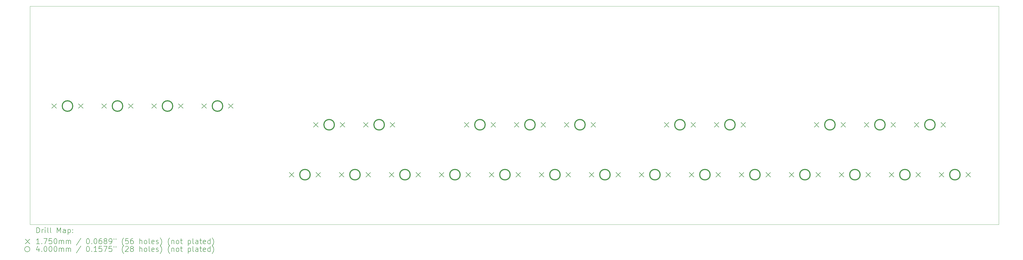
<source format=gbr>
%TF.GenerationSoftware,KiCad,Pcbnew,8.0.3*%
%TF.CreationDate,2024-06-27T13:33:53-07:00*%
%TF.ProjectId,new midi keyboard,6e657720-6d69-4646-9920-6b6579626f61,rev?*%
%TF.SameCoordinates,Original*%
%TF.FileFunction,Drillmap*%
%TF.FilePolarity,Positive*%
%FSLAX45Y45*%
G04 Gerber Fmt 4.5, Leading zero omitted, Abs format (unit mm)*
G04 Created by KiCad (PCBNEW 8.0.3) date 2024-06-27 13:33:53*
%MOMM*%
%LPD*%
G01*
G04 APERTURE LIST*
%ADD10C,0.050000*%
%ADD11C,0.200000*%
%ADD12C,0.175000*%
%ADD13C,0.400000*%
G04 APERTURE END LIST*
D10*
X3617700Y-5159500D02*
X40530950Y-5159500D01*
X40530950Y-13494750D01*
X3617700Y-13494750D01*
X3617700Y-5159500D01*
D11*
D12*
X4453050Y-8882375D02*
X4628050Y-9057375D01*
X4628050Y-8882375D02*
X4453050Y-9057375D01*
X5469050Y-8882375D02*
X5644050Y-9057375D01*
X5644050Y-8882375D02*
X5469050Y-9057375D01*
X6358050Y-8882375D02*
X6533050Y-9057375D01*
X6533050Y-8882375D02*
X6358050Y-9057375D01*
X7374050Y-8882375D02*
X7549050Y-9057375D01*
X7549050Y-8882375D02*
X7374050Y-9057375D01*
X8263050Y-8882375D02*
X8438050Y-9057375D01*
X8438050Y-8882375D02*
X8263050Y-9057375D01*
X9279050Y-8882375D02*
X9454050Y-9057375D01*
X9454050Y-8882375D02*
X9279050Y-9057375D01*
X10168050Y-8882375D02*
X10343050Y-9057375D01*
X10343050Y-8882375D02*
X10168050Y-9057375D01*
X11184050Y-8882375D02*
X11359050Y-9057375D01*
X11359050Y-8882375D02*
X11184050Y-9057375D01*
X13501800Y-11501750D02*
X13676800Y-11676750D01*
X13676800Y-11501750D02*
X13501800Y-11676750D01*
X14422550Y-9596750D02*
X14597550Y-9771750D01*
X14597550Y-9596750D02*
X14422550Y-9771750D01*
X14517800Y-11501750D02*
X14692800Y-11676750D01*
X14692800Y-11501750D02*
X14517800Y-11676750D01*
X15406800Y-11501750D02*
X15581800Y-11676750D01*
X15581800Y-11501750D02*
X15406800Y-11676750D01*
X15438550Y-9596750D02*
X15613550Y-9771750D01*
X15613550Y-9596750D02*
X15438550Y-9771750D01*
X16327550Y-9596750D02*
X16502550Y-9771750D01*
X16502550Y-9596750D02*
X16327550Y-9771750D01*
X16422800Y-11501750D02*
X16597800Y-11676750D01*
X16597800Y-11501750D02*
X16422800Y-11676750D01*
X17311800Y-11501750D02*
X17486800Y-11676750D01*
X17486800Y-11501750D02*
X17311800Y-11676750D01*
X17343550Y-9596750D02*
X17518550Y-9771750D01*
X17518550Y-9596750D02*
X17343550Y-9771750D01*
X18327800Y-11501750D02*
X18502800Y-11676750D01*
X18502800Y-11501750D02*
X18327800Y-11676750D01*
X19216800Y-11501750D02*
X19391800Y-11676750D01*
X19391800Y-11501750D02*
X19216800Y-11676750D01*
X20169300Y-9596750D02*
X20344300Y-9771750D01*
X20344300Y-9596750D02*
X20169300Y-9771750D01*
X20232800Y-11501750D02*
X20407800Y-11676750D01*
X20407800Y-11501750D02*
X20232800Y-11676750D01*
X21121800Y-11501750D02*
X21296800Y-11676750D01*
X21296800Y-11501750D02*
X21121800Y-11676750D01*
X21185300Y-9596750D02*
X21360300Y-9771750D01*
X21360300Y-9596750D02*
X21185300Y-9771750D01*
X22074300Y-9596750D02*
X22249300Y-9771750D01*
X22249300Y-9596750D02*
X22074300Y-9771750D01*
X22137800Y-11501750D02*
X22312800Y-11676750D01*
X22312800Y-11501750D02*
X22137800Y-11676750D01*
X23026800Y-11501750D02*
X23201800Y-11676750D01*
X23201800Y-11501750D02*
X23026800Y-11676750D01*
X23090300Y-9596750D02*
X23265300Y-9771750D01*
X23265300Y-9596750D02*
X23090300Y-9771750D01*
X23979300Y-9596750D02*
X24154300Y-9771750D01*
X24154300Y-9596750D02*
X23979300Y-9771750D01*
X24042800Y-11501750D02*
X24217800Y-11676750D01*
X24217800Y-11501750D02*
X24042800Y-11676750D01*
X24931800Y-11501750D02*
X25106800Y-11676750D01*
X25106800Y-11501750D02*
X24931800Y-11676750D01*
X24995300Y-9596750D02*
X25170300Y-9771750D01*
X25170300Y-9596750D02*
X24995300Y-9771750D01*
X25947800Y-11501750D02*
X26122800Y-11676750D01*
X26122800Y-11501750D02*
X25947800Y-11676750D01*
X26836800Y-11501750D02*
X27011800Y-11676750D01*
X27011800Y-11501750D02*
X26836800Y-11676750D01*
X27789300Y-9596750D02*
X27964300Y-9771750D01*
X27964300Y-9596750D02*
X27789300Y-9771750D01*
X27852800Y-11501750D02*
X28027800Y-11676750D01*
X28027800Y-11501750D02*
X27852800Y-11676750D01*
X28741800Y-11501750D02*
X28916800Y-11676750D01*
X28916800Y-11501750D02*
X28741800Y-11676750D01*
X28805300Y-9596750D02*
X28980300Y-9771750D01*
X28980300Y-9596750D02*
X28805300Y-9771750D01*
X29694300Y-9596750D02*
X29869300Y-9771750D01*
X29869300Y-9596750D02*
X29694300Y-9771750D01*
X29757800Y-11501750D02*
X29932800Y-11676750D01*
X29932800Y-11501750D02*
X29757800Y-11676750D01*
X30646800Y-11501750D02*
X30821800Y-11676750D01*
X30821800Y-11501750D02*
X30646800Y-11676750D01*
X30710300Y-9596750D02*
X30885300Y-9771750D01*
X30885300Y-9596750D02*
X30710300Y-9771750D01*
X31662800Y-11501750D02*
X31837800Y-11676750D01*
X31837800Y-11501750D02*
X31662800Y-11676750D01*
X32551800Y-11501750D02*
X32726800Y-11676750D01*
X32726800Y-11501750D02*
X32551800Y-11676750D01*
X33504300Y-9596750D02*
X33679300Y-9771750D01*
X33679300Y-9596750D02*
X33504300Y-9771750D01*
X33567800Y-11501750D02*
X33742800Y-11676750D01*
X33742800Y-11501750D02*
X33567800Y-11676750D01*
X34456800Y-11501750D02*
X34631800Y-11676750D01*
X34631800Y-11501750D02*
X34456800Y-11676750D01*
X34520300Y-9596750D02*
X34695300Y-9771750D01*
X34695300Y-9596750D02*
X34520300Y-9771750D01*
X35409300Y-9596750D02*
X35584300Y-9771750D01*
X35584300Y-9596750D02*
X35409300Y-9771750D01*
X35472800Y-11501750D02*
X35647800Y-11676750D01*
X35647800Y-11501750D02*
X35472800Y-11676750D01*
X36361800Y-11501750D02*
X36536800Y-11676750D01*
X36536800Y-11501750D02*
X36361800Y-11676750D01*
X36425300Y-9596750D02*
X36600300Y-9771750D01*
X36600300Y-9596750D02*
X36425300Y-9771750D01*
X37314300Y-9596750D02*
X37489300Y-9771750D01*
X37489300Y-9596750D02*
X37314300Y-9771750D01*
X37377800Y-11501750D02*
X37552800Y-11676750D01*
X37552800Y-11501750D02*
X37377800Y-11676750D01*
X38266800Y-11501750D02*
X38441800Y-11676750D01*
X38441800Y-11501750D02*
X38266800Y-11676750D01*
X38330300Y-9596750D02*
X38505300Y-9771750D01*
X38505300Y-9596750D02*
X38330300Y-9771750D01*
X39282800Y-11501750D02*
X39457800Y-11676750D01*
X39457800Y-11501750D02*
X39282800Y-11676750D01*
D13*
X5248550Y-8969875D02*
G75*
G02*
X4848550Y-8969875I-200000J0D01*
G01*
X4848550Y-8969875D02*
G75*
G02*
X5248550Y-8969875I200000J0D01*
G01*
X7153550Y-8969875D02*
G75*
G02*
X6753550Y-8969875I-200000J0D01*
G01*
X6753550Y-8969875D02*
G75*
G02*
X7153550Y-8969875I200000J0D01*
G01*
X9058550Y-8969875D02*
G75*
G02*
X8658550Y-8969875I-200000J0D01*
G01*
X8658550Y-8969875D02*
G75*
G02*
X9058550Y-8969875I200000J0D01*
G01*
X10963550Y-8969875D02*
G75*
G02*
X10563550Y-8969875I-200000J0D01*
G01*
X10563550Y-8969875D02*
G75*
G02*
X10963550Y-8969875I200000J0D01*
G01*
X14297300Y-11589250D02*
G75*
G02*
X13897300Y-11589250I-200000J0D01*
G01*
X13897300Y-11589250D02*
G75*
G02*
X14297300Y-11589250I200000J0D01*
G01*
X15218050Y-9684250D02*
G75*
G02*
X14818050Y-9684250I-200000J0D01*
G01*
X14818050Y-9684250D02*
G75*
G02*
X15218050Y-9684250I200000J0D01*
G01*
X16202300Y-11589250D02*
G75*
G02*
X15802300Y-11589250I-200000J0D01*
G01*
X15802300Y-11589250D02*
G75*
G02*
X16202300Y-11589250I200000J0D01*
G01*
X17123050Y-9684250D02*
G75*
G02*
X16723050Y-9684250I-200000J0D01*
G01*
X16723050Y-9684250D02*
G75*
G02*
X17123050Y-9684250I200000J0D01*
G01*
X18107300Y-11589250D02*
G75*
G02*
X17707300Y-11589250I-200000J0D01*
G01*
X17707300Y-11589250D02*
G75*
G02*
X18107300Y-11589250I200000J0D01*
G01*
X20012300Y-11589250D02*
G75*
G02*
X19612300Y-11589250I-200000J0D01*
G01*
X19612300Y-11589250D02*
G75*
G02*
X20012300Y-11589250I200000J0D01*
G01*
X20964800Y-9684250D02*
G75*
G02*
X20564800Y-9684250I-200000J0D01*
G01*
X20564800Y-9684250D02*
G75*
G02*
X20964800Y-9684250I200000J0D01*
G01*
X21917300Y-11589250D02*
G75*
G02*
X21517300Y-11589250I-200000J0D01*
G01*
X21517300Y-11589250D02*
G75*
G02*
X21917300Y-11589250I200000J0D01*
G01*
X22869800Y-9684250D02*
G75*
G02*
X22469800Y-9684250I-200000J0D01*
G01*
X22469800Y-9684250D02*
G75*
G02*
X22869800Y-9684250I200000J0D01*
G01*
X23822300Y-11589250D02*
G75*
G02*
X23422300Y-11589250I-200000J0D01*
G01*
X23422300Y-11589250D02*
G75*
G02*
X23822300Y-11589250I200000J0D01*
G01*
X24774800Y-9684250D02*
G75*
G02*
X24374800Y-9684250I-200000J0D01*
G01*
X24374800Y-9684250D02*
G75*
G02*
X24774800Y-9684250I200000J0D01*
G01*
X25727300Y-11589250D02*
G75*
G02*
X25327300Y-11589250I-200000J0D01*
G01*
X25327300Y-11589250D02*
G75*
G02*
X25727300Y-11589250I200000J0D01*
G01*
X27632300Y-11589250D02*
G75*
G02*
X27232300Y-11589250I-200000J0D01*
G01*
X27232300Y-11589250D02*
G75*
G02*
X27632300Y-11589250I200000J0D01*
G01*
X28584800Y-9684250D02*
G75*
G02*
X28184800Y-9684250I-200000J0D01*
G01*
X28184800Y-9684250D02*
G75*
G02*
X28584800Y-9684250I200000J0D01*
G01*
X29537300Y-11589250D02*
G75*
G02*
X29137300Y-11589250I-200000J0D01*
G01*
X29137300Y-11589250D02*
G75*
G02*
X29537300Y-11589250I200000J0D01*
G01*
X30489800Y-9684250D02*
G75*
G02*
X30089800Y-9684250I-200000J0D01*
G01*
X30089800Y-9684250D02*
G75*
G02*
X30489800Y-9684250I200000J0D01*
G01*
X31442300Y-11589250D02*
G75*
G02*
X31042300Y-11589250I-200000J0D01*
G01*
X31042300Y-11589250D02*
G75*
G02*
X31442300Y-11589250I200000J0D01*
G01*
X33347300Y-11589250D02*
G75*
G02*
X32947300Y-11589250I-200000J0D01*
G01*
X32947300Y-11589250D02*
G75*
G02*
X33347300Y-11589250I200000J0D01*
G01*
X34299800Y-9684250D02*
G75*
G02*
X33899800Y-9684250I-200000J0D01*
G01*
X33899800Y-9684250D02*
G75*
G02*
X34299800Y-9684250I200000J0D01*
G01*
X35252300Y-11589250D02*
G75*
G02*
X34852300Y-11589250I-200000J0D01*
G01*
X34852300Y-11589250D02*
G75*
G02*
X35252300Y-11589250I200000J0D01*
G01*
X36204800Y-9684250D02*
G75*
G02*
X35804800Y-9684250I-200000J0D01*
G01*
X35804800Y-9684250D02*
G75*
G02*
X36204800Y-9684250I200000J0D01*
G01*
X37157300Y-11589250D02*
G75*
G02*
X36757300Y-11589250I-200000J0D01*
G01*
X36757300Y-11589250D02*
G75*
G02*
X37157300Y-11589250I200000J0D01*
G01*
X38109800Y-9684250D02*
G75*
G02*
X37709800Y-9684250I-200000J0D01*
G01*
X37709800Y-9684250D02*
G75*
G02*
X38109800Y-9684250I200000J0D01*
G01*
X39062300Y-11589250D02*
G75*
G02*
X38662300Y-11589250I-200000J0D01*
G01*
X38662300Y-11589250D02*
G75*
G02*
X39062300Y-11589250I200000J0D01*
G01*
D11*
X3875977Y-13808734D02*
X3875977Y-13608734D01*
X3875977Y-13608734D02*
X3923596Y-13608734D01*
X3923596Y-13608734D02*
X3952167Y-13618258D01*
X3952167Y-13618258D02*
X3971215Y-13637305D01*
X3971215Y-13637305D02*
X3980739Y-13656353D01*
X3980739Y-13656353D02*
X3990262Y-13694448D01*
X3990262Y-13694448D02*
X3990262Y-13723019D01*
X3990262Y-13723019D02*
X3980739Y-13761115D01*
X3980739Y-13761115D02*
X3971215Y-13780162D01*
X3971215Y-13780162D02*
X3952167Y-13799210D01*
X3952167Y-13799210D02*
X3923596Y-13808734D01*
X3923596Y-13808734D02*
X3875977Y-13808734D01*
X4075977Y-13808734D02*
X4075977Y-13675400D01*
X4075977Y-13713496D02*
X4085501Y-13694448D01*
X4085501Y-13694448D02*
X4095024Y-13684924D01*
X4095024Y-13684924D02*
X4114072Y-13675400D01*
X4114072Y-13675400D02*
X4133120Y-13675400D01*
X4199786Y-13808734D02*
X4199786Y-13675400D01*
X4199786Y-13608734D02*
X4190262Y-13618258D01*
X4190262Y-13618258D02*
X4199786Y-13627781D01*
X4199786Y-13627781D02*
X4209310Y-13618258D01*
X4209310Y-13618258D02*
X4199786Y-13608734D01*
X4199786Y-13608734D02*
X4199786Y-13627781D01*
X4323596Y-13808734D02*
X4304548Y-13799210D01*
X4304548Y-13799210D02*
X4295024Y-13780162D01*
X4295024Y-13780162D02*
X4295024Y-13608734D01*
X4428358Y-13808734D02*
X4409310Y-13799210D01*
X4409310Y-13799210D02*
X4399786Y-13780162D01*
X4399786Y-13780162D02*
X4399786Y-13608734D01*
X4656929Y-13808734D02*
X4656929Y-13608734D01*
X4656929Y-13608734D02*
X4723596Y-13751591D01*
X4723596Y-13751591D02*
X4790263Y-13608734D01*
X4790263Y-13608734D02*
X4790263Y-13808734D01*
X4971215Y-13808734D02*
X4971215Y-13703972D01*
X4971215Y-13703972D02*
X4961691Y-13684924D01*
X4961691Y-13684924D02*
X4942644Y-13675400D01*
X4942644Y-13675400D02*
X4904548Y-13675400D01*
X4904548Y-13675400D02*
X4885501Y-13684924D01*
X4971215Y-13799210D02*
X4952167Y-13808734D01*
X4952167Y-13808734D02*
X4904548Y-13808734D01*
X4904548Y-13808734D02*
X4885501Y-13799210D01*
X4885501Y-13799210D02*
X4875977Y-13780162D01*
X4875977Y-13780162D02*
X4875977Y-13761115D01*
X4875977Y-13761115D02*
X4885501Y-13742067D01*
X4885501Y-13742067D02*
X4904548Y-13732543D01*
X4904548Y-13732543D02*
X4952167Y-13732543D01*
X4952167Y-13732543D02*
X4971215Y-13723019D01*
X5066453Y-13675400D02*
X5066453Y-13875400D01*
X5066453Y-13684924D02*
X5085501Y-13675400D01*
X5085501Y-13675400D02*
X5123596Y-13675400D01*
X5123596Y-13675400D02*
X5142644Y-13684924D01*
X5142644Y-13684924D02*
X5152167Y-13694448D01*
X5152167Y-13694448D02*
X5161691Y-13713496D01*
X5161691Y-13713496D02*
X5161691Y-13770638D01*
X5161691Y-13770638D02*
X5152167Y-13789686D01*
X5152167Y-13789686D02*
X5142644Y-13799210D01*
X5142644Y-13799210D02*
X5123596Y-13808734D01*
X5123596Y-13808734D02*
X5085501Y-13808734D01*
X5085501Y-13808734D02*
X5066453Y-13799210D01*
X5247405Y-13789686D02*
X5256929Y-13799210D01*
X5256929Y-13799210D02*
X5247405Y-13808734D01*
X5247405Y-13808734D02*
X5237882Y-13799210D01*
X5237882Y-13799210D02*
X5247405Y-13789686D01*
X5247405Y-13789686D02*
X5247405Y-13808734D01*
X5247405Y-13684924D02*
X5256929Y-13694448D01*
X5256929Y-13694448D02*
X5247405Y-13703972D01*
X5247405Y-13703972D02*
X5237882Y-13694448D01*
X5237882Y-13694448D02*
X5247405Y-13684924D01*
X5247405Y-13684924D02*
X5247405Y-13703972D01*
D12*
X3440200Y-14049750D02*
X3615200Y-14224750D01*
X3615200Y-14049750D02*
X3440200Y-14224750D01*
D11*
X3980739Y-14228734D02*
X3866453Y-14228734D01*
X3923596Y-14228734D02*
X3923596Y-14028734D01*
X3923596Y-14028734D02*
X3904548Y-14057305D01*
X3904548Y-14057305D02*
X3885501Y-14076353D01*
X3885501Y-14076353D02*
X3866453Y-14085877D01*
X4066453Y-14209686D02*
X4075977Y-14219210D01*
X4075977Y-14219210D02*
X4066453Y-14228734D01*
X4066453Y-14228734D02*
X4056929Y-14219210D01*
X4056929Y-14219210D02*
X4066453Y-14209686D01*
X4066453Y-14209686D02*
X4066453Y-14228734D01*
X4142643Y-14028734D02*
X4275977Y-14028734D01*
X4275977Y-14028734D02*
X4190262Y-14228734D01*
X4447405Y-14028734D02*
X4352167Y-14028734D01*
X4352167Y-14028734D02*
X4342644Y-14123972D01*
X4342644Y-14123972D02*
X4352167Y-14114448D01*
X4352167Y-14114448D02*
X4371215Y-14104924D01*
X4371215Y-14104924D02*
X4418834Y-14104924D01*
X4418834Y-14104924D02*
X4437882Y-14114448D01*
X4437882Y-14114448D02*
X4447405Y-14123972D01*
X4447405Y-14123972D02*
X4456929Y-14143019D01*
X4456929Y-14143019D02*
X4456929Y-14190638D01*
X4456929Y-14190638D02*
X4447405Y-14209686D01*
X4447405Y-14209686D02*
X4437882Y-14219210D01*
X4437882Y-14219210D02*
X4418834Y-14228734D01*
X4418834Y-14228734D02*
X4371215Y-14228734D01*
X4371215Y-14228734D02*
X4352167Y-14219210D01*
X4352167Y-14219210D02*
X4342644Y-14209686D01*
X4580739Y-14028734D02*
X4599786Y-14028734D01*
X4599786Y-14028734D02*
X4618834Y-14038258D01*
X4618834Y-14038258D02*
X4628358Y-14047781D01*
X4628358Y-14047781D02*
X4637882Y-14066829D01*
X4637882Y-14066829D02*
X4647405Y-14104924D01*
X4647405Y-14104924D02*
X4647405Y-14152543D01*
X4647405Y-14152543D02*
X4637882Y-14190638D01*
X4637882Y-14190638D02*
X4628358Y-14209686D01*
X4628358Y-14209686D02*
X4618834Y-14219210D01*
X4618834Y-14219210D02*
X4599786Y-14228734D01*
X4599786Y-14228734D02*
X4580739Y-14228734D01*
X4580739Y-14228734D02*
X4561691Y-14219210D01*
X4561691Y-14219210D02*
X4552167Y-14209686D01*
X4552167Y-14209686D02*
X4542644Y-14190638D01*
X4542644Y-14190638D02*
X4533120Y-14152543D01*
X4533120Y-14152543D02*
X4533120Y-14104924D01*
X4533120Y-14104924D02*
X4542644Y-14066829D01*
X4542644Y-14066829D02*
X4552167Y-14047781D01*
X4552167Y-14047781D02*
X4561691Y-14038258D01*
X4561691Y-14038258D02*
X4580739Y-14028734D01*
X4733120Y-14228734D02*
X4733120Y-14095400D01*
X4733120Y-14114448D02*
X4742644Y-14104924D01*
X4742644Y-14104924D02*
X4761691Y-14095400D01*
X4761691Y-14095400D02*
X4790263Y-14095400D01*
X4790263Y-14095400D02*
X4809310Y-14104924D01*
X4809310Y-14104924D02*
X4818834Y-14123972D01*
X4818834Y-14123972D02*
X4818834Y-14228734D01*
X4818834Y-14123972D02*
X4828358Y-14104924D01*
X4828358Y-14104924D02*
X4847405Y-14095400D01*
X4847405Y-14095400D02*
X4875977Y-14095400D01*
X4875977Y-14095400D02*
X4895025Y-14104924D01*
X4895025Y-14104924D02*
X4904548Y-14123972D01*
X4904548Y-14123972D02*
X4904548Y-14228734D01*
X4999786Y-14228734D02*
X4999786Y-14095400D01*
X4999786Y-14114448D02*
X5009310Y-14104924D01*
X5009310Y-14104924D02*
X5028358Y-14095400D01*
X5028358Y-14095400D02*
X5056929Y-14095400D01*
X5056929Y-14095400D02*
X5075977Y-14104924D01*
X5075977Y-14104924D02*
X5085501Y-14123972D01*
X5085501Y-14123972D02*
X5085501Y-14228734D01*
X5085501Y-14123972D02*
X5095025Y-14104924D01*
X5095025Y-14104924D02*
X5114072Y-14095400D01*
X5114072Y-14095400D02*
X5142644Y-14095400D01*
X5142644Y-14095400D02*
X5161691Y-14104924D01*
X5161691Y-14104924D02*
X5171215Y-14123972D01*
X5171215Y-14123972D02*
X5171215Y-14228734D01*
X5561691Y-14019210D02*
X5390263Y-14276353D01*
X5818834Y-14028734D02*
X5837882Y-14028734D01*
X5837882Y-14028734D02*
X5856929Y-14038258D01*
X5856929Y-14038258D02*
X5866453Y-14047781D01*
X5866453Y-14047781D02*
X5875977Y-14066829D01*
X5875977Y-14066829D02*
X5885501Y-14104924D01*
X5885501Y-14104924D02*
X5885501Y-14152543D01*
X5885501Y-14152543D02*
X5875977Y-14190638D01*
X5875977Y-14190638D02*
X5866453Y-14209686D01*
X5866453Y-14209686D02*
X5856929Y-14219210D01*
X5856929Y-14219210D02*
X5837882Y-14228734D01*
X5837882Y-14228734D02*
X5818834Y-14228734D01*
X5818834Y-14228734D02*
X5799786Y-14219210D01*
X5799786Y-14219210D02*
X5790263Y-14209686D01*
X5790263Y-14209686D02*
X5780739Y-14190638D01*
X5780739Y-14190638D02*
X5771215Y-14152543D01*
X5771215Y-14152543D02*
X5771215Y-14104924D01*
X5771215Y-14104924D02*
X5780739Y-14066829D01*
X5780739Y-14066829D02*
X5790263Y-14047781D01*
X5790263Y-14047781D02*
X5799786Y-14038258D01*
X5799786Y-14038258D02*
X5818834Y-14028734D01*
X5971215Y-14209686D02*
X5980739Y-14219210D01*
X5980739Y-14219210D02*
X5971215Y-14228734D01*
X5971215Y-14228734D02*
X5961691Y-14219210D01*
X5961691Y-14219210D02*
X5971215Y-14209686D01*
X5971215Y-14209686D02*
X5971215Y-14228734D01*
X6104548Y-14028734D02*
X6123596Y-14028734D01*
X6123596Y-14028734D02*
X6142644Y-14038258D01*
X6142644Y-14038258D02*
X6152167Y-14047781D01*
X6152167Y-14047781D02*
X6161691Y-14066829D01*
X6161691Y-14066829D02*
X6171215Y-14104924D01*
X6171215Y-14104924D02*
X6171215Y-14152543D01*
X6171215Y-14152543D02*
X6161691Y-14190638D01*
X6161691Y-14190638D02*
X6152167Y-14209686D01*
X6152167Y-14209686D02*
X6142644Y-14219210D01*
X6142644Y-14219210D02*
X6123596Y-14228734D01*
X6123596Y-14228734D02*
X6104548Y-14228734D01*
X6104548Y-14228734D02*
X6085501Y-14219210D01*
X6085501Y-14219210D02*
X6075977Y-14209686D01*
X6075977Y-14209686D02*
X6066453Y-14190638D01*
X6066453Y-14190638D02*
X6056929Y-14152543D01*
X6056929Y-14152543D02*
X6056929Y-14104924D01*
X6056929Y-14104924D02*
X6066453Y-14066829D01*
X6066453Y-14066829D02*
X6075977Y-14047781D01*
X6075977Y-14047781D02*
X6085501Y-14038258D01*
X6085501Y-14038258D02*
X6104548Y-14028734D01*
X6342644Y-14028734D02*
X6304548Y-14028734D01*
X6304548Y-14028734D02*
X6285501Y-14038258D01*
X6285501Y-14038258D02*
X6275977Y-14047781D01*
X6275977Y-14047781D02*
X6256929Y-14076353D01*
X6256929Y-14076353D02*
X6247406Y-14114448D01*
X6247406Y-14114448D02*
X6247406Y-14190638D01*
X6247406Y-14190638D02*
X6256929Y-14209686D01*
X6256929Y-14209686D02*
X6266453Y-14219210D01*
X6266453Y-14219210D02*
X6285501Y-14228734D01*
X6285501Y-14228734D02*
X6323596Y-14228734D01*
X6323596Y-14228734D02*
X6342644Y-14219210D01*
X6342644Y-14219210D02*
X6352167Y-14209686D01*
X6352167Y-14209686D02*
X6361691Y-14190638D01*
X6361691Y-14190638D02*
X6361691Y-14143019D01*
X6361691Y-14143019D02*
X6352167Y-14123972D01*
X6352167Y-14123972D02*
X6342644Y-14114448D01*
X6342644Y-14114448D02*
X6323596Y-14104924D01*
X6323596Y-14104924D02*
X6285501Y-14104924D01*
X6285501Y-14104924D02*
X6266453Y-14114448D01*
X6266453Y-14114448D02*
X6256929Y-14123972D01*
X6256929Y-14123972D02*
X6247406Y-14143019D01*
X6475977Y-14114448D02*
X6456929Y-14104924D01*
X6456929Y-14104924D02*
X6447406Y-14095400D01*
X6447406Y-14095400D02*
X6437882Y-14076353D01*
X6437882Y-14076353D02*
X6437882Y-14066829D01*
X6437882Y-14066829D02*
X6447406Y-14047781D01*
X6447406Y-14047781D02*
X6456929Y-14038258D01*
X6456929Y-14038258D02*
X6475977Y-14028734D01*
X6475977Y-14028734D02*
X6514072Y-14028734D01*
X6514072Y-14028734D02*
X6533120Y-14038258D01*
X6533120Y-14038258D02*
X6542644Y-14047781D01*
X6542644Y-14047781D02*
X6552167Y-14066829D01*
X6552167Y-14066829D02*
X6552167Y-14076353D01*
X6552167Y-14076353D02*
X6542644Y-14095400D01*
X6542644Y-14095400D02*
X6533120Y-14104924D01*
X6533120Y-14104924D02*
X6514072Y-14114448D01*
X6514072Y-14114448D02*
X6475977Y-14114448D01*
X6475977Y-14114448D02*
X6456929Y-14123972D01*
X6456929Y-14123972D02*
X6447406Y-14133496D01*
X6447406Y-14133496D02*
X6437882Y-14152543D01*
X6437882Y-14152543D02*
X6437882Y-14190638D01*
X6437882Y-14190638D02*
X6447406Y-14209686D01*
X6447406Y-14209686D02*
X6456929Y-14219210D01*
X6456929Y-14219210D02*
X6475977Y-14228734D01*
X6475977Y-14228734D02*
X6514072Y-14228734D01*
X6514072Y-14228734D02*
X6533120Y-14219210D01*
X6533120Y-14219210D02*
X6542644Y-14209686D01*
X6542644Y-14209686D02*
X6552167Y-14190638D01*
X6552167Y-14190638D02*
X6552167Y-14152543D01*
X6552167Y-14152543D02*
X6542644Y-14133496D01*
X6542644Y-14133496D02*
X6533120Y-14123972D01*
X6533120Y-14123972D02*
X6514072Y-14114448D01*
X6647406Y-14228734D02*
X6685501Y-14228734D01*
X6685501Y-14228734D02*
X6704548Y-14219210D01*
X6704548Y-14219210D02*
X6714072Y-14209686D01*
X6714072Y-14209686D02*
X6733120Y-14181115D01*
X6733120Y-14181115D02*
X6742644Y-14143019D01*
X6742644Y-14143019D02*
X6742644Y-14066829D01*
X6742644Y-14066829D02*
X6733120Y-14047781D01*
X6733120Y-14047781D02*
X6723596Y-14038258D01*
X6723596Y-14038258D02*
X6704548Y-14028734D01*
X6704548Y-14028734D02*
X6666453Y-14028734D01*
X6666453Y-14028734D02*
X6647406Y-14038258D01*
X6647406Y-14038258D02*
X6637882Y-14047781D01*
X6637882Y-14047781D02*
X6628358Y-14066829D01*
X6628358Y-14066829D02*
X6628358Y-14114448D01*
X6628358Y-14114448D02*
X6637882Y-14133496D01*
X6637882Y-14133496D02*
X6647406Y-14143019D01*
X6647406Y-14143019D02*
X6666453Y-14152543D01*
X6666453Y-14152543D02*
X6704548Y-14152543D01*
X6704548Y-14152543D02*
X6723596Y-14143019D01*
X6723596Y-14143019D02*
X6733120Y-14133496D01*
X6733120Y-14133496D02*
X6742644Y-14114448D01*
X6818834Y-14028734D02*
X6818834Y-14066829D01*
X6895025Y-14028734D02*
X6895025Y-14066829D01*
X7190263Y-14304924D02*
X7180739Y-14295400D01*
X7180739Y-14295400D02*
X7161691Y-14266829D01*
X7161691Y-14266829D02*
X7152168Y-14247781D01*
X7152168Y-14247781D02*
X7142644Y-14219210D01*
X7142644Y-14219210D02*
X7133120Y-14171591D01*
X7133120Y-14171591D02*
X7133120Y-14133496D01*
X7133120Y-14133496D02*
X7142644Y-14085877D01*
X7142644Y-14085877D02*
X7152168Y-14057305D01*
X7152168Y-14057305D02*
X7161691Y-14038258D01*
X7161691Y-14038258D02*
X7180739Y-14009686D01*
X7180739Y-14009686D02*
X7190263Y-14000162D01*
X7361691Y-14028734D02*
X7266453Y-14028734D01*
X7266453Y-14028734D02*
X7256929Y-14123972D01*
X7256929Y-14123972D02*
X7266453Y-14114448D01*
X7266453Y-14114448D02*
X7285501Y-14104924D01*
X7285501Y-14104924D02*
X7333120Y-14104924D01*
X7333120Y-14104924D02*
X7352168Y-14114448D01*
X7352168Y-14114448D02*
X7361691Y-14123972D01*
X7361691Y-14123972D02*
X7371215Y-14143019D01*
X7371215Y-14143019D02*
X7371215Y-14190638D01*
X7371215Y-14190638D02*
X7361691Y-14209686D01*
X7361691Y-14209686D02*
X7352168Y-14219210D01*
X7352168Y-14219210D02*
X7333120Y-14228734D01*
X7333120Y-14228734D02*
X7285501Y-14228734D01*
X7285501Y-14228734D02*
X7266453Y-14219210D01*
X7266453Y-14219210D02*
X7256929Y-14209686D01*
X7542644Y-14028734D02*
X7504548Y-14028734D01*
X7504548Y-14028734D02*
X7485501Y-14038258D01*
X7485501Y-14038258D02*
X7475977Y-14047781D01*
X7475977Y-14047781D02*
X7456929Y-14076353D01*
X7456929Y-14076353D02*
X7447406Y-14114448D01*
X7447406Y-14114448D02*
X7447406Y-14190638D01*
X7447406Y-14190638D02*
X7456929Y-14209686D01*
X7456929Y-14209686D02*
X7466453Y-14219210D01*
X7466453Y-14219210D02*
X7485501Y-14228734D01*
X7485501Y-14228734D02*
X7523596Y-14228734D01*
X7523596Y-14228734D02*
X7542644Y-14219210D01*
X7542644Y-14219210D02*
X7552168Y-14209686D01*
X7552168Y-14209686D02*
X7561691Y-14190638D01*
X7561691Y-14190638D02*
X7561691Y-14143019D01*
X7561691Y-14143019D02*
X7552168Y-14123972D01*
X7552168Y-14123972D02*
X7542644Y-14114448D01*
X7542644Y-14114448D02*
X7523596Y-14104924D01*
X7523596Y-14104924D02*
X7485501Y-14104924D01*
X7485501Y-14104924D02*
X7466453Y-14114448D01*
X7466453Y-14114448D02*
X7456929Y-14123972D01*
X7456929Y-14123972D02*
X7447406Y-14143019D01*
X7799787Y-14228734D02*
X7799787Y-14028734D01*
X7885501Y-14228734D02*
X7885501Y-14123972D01*
X7885501Y-14123972D02*
X7875977Y-14104924D01*
X7875977Y-14104924D02*
X7856930Y-14095400D01*
X7856930Y-14095400D02*
X7828358Y-14095400D01*
X7828358Y-14095400D02*
X7809310Y-14104924D01*
X7809310Y-14104924D02*
X7799787Y-14114448D01*
X8009310Y-14228734D02*
X7990263Y-14219210D01*
X7990263Y-14219210D02*
X7980739Y-14209686D01*
X7980739Y-14209686D02*
X7971215Y-14190638D01*
X7971215Y-14190638D02*
X7971215Y-14133496D01*
X7971215Y-14133496D02*
X7980739Y-14114448D01*
X7980739Y-14114448D02*
X7990263Y-14104924D01*
X7990263Y-14104924D02*
X8009310Y-14095400D01*
X8009310Y-14095400D02*
X8037882Y-14095400D01*
X8037882Y-14095400D02*
X8056930Y-14104924D01*
X8056930Y-14104924D02*
X8066453Y-14114448D01*
X8066453Y-14114448D02*
X8075977Y-14133496D01*
X8075977Y-14133496D02*
X8075977Y-14190638D01*
X8075977Y-14190638D02*
X8066453Y-14209686D01*
X8066453Y-14209686D02*
X8056930Y-14219210D01*
X8056930Y-14219210D02*
X8037882Y-14228734D01*
X8037882Y-14228734D02*
X8009310Y-14228734D01*
X8190263Y-14228734D02*
X8171215Y-14219210D01*
X8171215Y-14219210D02*
X8161691Y-14200162D01*
X8161691Y-14200162D02*
X8161691Y-14028734D01*
X8342644Y-14219210D02*
X8323596Y-14228734D01*
X8323596Y-14228734D02*
X8285501Y-14228734D01*
X8285501Y-14228734D02*
X8266453Y-14219210D01*
X8266453Y-14219210D02*
X8256930Y-14200162D01*
X8256930Y-14200162D02*
X8256930Y-14123972D01*
X8256930Y-14123972D02*
X8266453Y-14104924D01*
X8266453Y-14104924D02*
X8285501Y-14095400D01*
X8285501Y-14095400D02*
X8323596Y-14095400D01*
X8323596Y-14095400D02*
X8342644Y-14104924D01*
X8342644Y-14104924D02*
X8352168Y-14123972D01*
X8352168Y-14123972D02*
X8352168Y-14143019D01*
X8352168Y-14143019D02*
X8256930Y-14162067D01*
X8428358Y-14219210D02*
X8447406Y-14228734D01*
X8447406Y-14228734D02*
X8485501Y-14228734D01*
X8485501Y-14228734D02*
X8504549Y-14219210D01*
X8504549Y-14219210D02*
X8514073Y-14200162D01*
X8514073Y-14200162D02*
X8514073Y-14190638D01*
X8514073Y-14190638D02*
X8504549Y-14171591D01*
X8504549Y-14171591D02*
X8485501Y-14162067D01*
X8485501Y-14162067D02*
X8456930Y-14162067D01*
X8456930Y-14162067D02*
X8437882Y-14152543D01*
X8437882Y-14152543D02*
X8428358Y-14133496D01*
X8428358Y-14133496D02*
X8428358Y-14123972D01*
X8428358Y-14123972D02*
X8437882Y-14104924D01*
X8437882Y-14104924D02*
X8456930Y-14095400D01*
X8456930Y-14095400D02*
X8485501Y-14095400D01*
X8485501Y-14095400D02*
X8504549Y-14104924D01*
X8580739Y-14304924D02*
X8590263Y-14295400D01*
X8590263Y-14295400D02*
X8609311Y-14266829D01*
X8609311Y-14266829D02*
X8618834Y-14247781D01*
X8618834Y-14247781D02*
X8628358Y-14219210D01*
X8628358Y-14219210D02*
X8637882Y-14171591D01*
X8637882Y-14171591D02*
X8637882Y-14133496D01*
X8637882Y-14133496D02*
X8628358Y-14085877D01*
X8628358Y-14085877D02*
X8618834Y-14057305D01*
X8618834Y-14057305D02*
X8609311Y-14038258D01*
X8609311Y-14038258D02*
X8590263Y-14009686D01*
X8590263Y-14009686D02*
X8580739Y-14000162D01*
X8942644Y-14304924D02*
X8933120Y-14295400D01*
X8933120Y-14295400D02*
X8914073Y-14266829D01*
X8914073Y-14266829D02*
X8904549Y-14247781D01*
X8904549Y-14247781D02*
X8895025Y-14219210D01*
X8895025Y-14219210D02*
X8885501Y-14171591D01*
X8885501Y-14171591D02*
X8885501Y-14133496D01*
X8885501Y-14133496D02*
X8895025Y-14085877D01*
X8895025Y-14085877D02*
X8904549Y-14057305D01*
X8904549Y-14057305D02*
X8914073Y-14038258D01*
X8914073Y-14038258D02*
X8933120Y-14009686D01*
X8933120Y-14009686D02*
X8942644Y-14000162D01*
X9018834Y-14095400D02*
X9018834Y-14228734D01*
X9018834Y-14114448D02*
X9028358Y-14104924D01*
X9028358Y-14104924D02*
X9047406Y-14095400D01*
X9047406Y-14095400D02*
X9075977Y-14095400D01*
X9075977Y-14095400D02*
X9095025Y-14104924D01*
X9095025Y-14104924D02*
X9104549Y-14123972D01*
X9104549Y-14123972D02*
X9104549Y-14228734D01*
X9228358Y-14228734D02*
X9209311Y-14219210D01*
X9209311Y-14219210D02*
X9199787Y-14209686D01*
X9199787Y-14209686D02*
X9190263Y-14190638D01*
X9190263Y-14190638D02*
X9190263Y-14133496D01*
X9190263Y-14133496D02*
X9199787Y-14114448D01*
X9199787Y-14114448D02*
X9209311Y-14104924D01*
X9209311Y-14104924D02*
X9228358Y-14095400D01*
X9228358Y-14095400D02*
X9256930Y-14095400D01*
X9256930Y-14095400D02*
X9275977Y-14104924D01*
X9275977Y-14104924D02*
X9285501Y-14114448D01*
X9285501Y-14114448D02*
X9295025Y-14133496D01*
X9295025Y-14133496D02*
X9295025Y-14190638D01*
X9295025Y-14190638D02*
X9285501Y-14209686D01*
X9285501Y-14209686D02*
X9275977Y-14219210D01*
X9275977Y-14219210D02*
X9256930Y-14228734D01*
X9256930Y-14228734D02*
X9228358Y-14228734D01*
X9352168Y-14095400D02*
X9428358Y-14095400D01*
X9380739Y-14028734D02*
X9380739Y-14200162D01*
X9380739Y-14200162D02*
X9390263Y-14219210D01*
X9390263Y-14219210D02*
X9409311Y-14228734D01*
X9409311Y-14228734D02*
X9428358Y-14228734D01*
X9647406Y-14095400D02*
X9647406Y-14295400D01*
X9647406Y-14104924D02*
X9666454Y-14095400D01*
X9666454Y-14095400D02*
X9704549Y-14095400D01*
X9704549Y-14095400D02*
X9723596Y-14104924D01*
X9723596Y-14104924D02*
X9733120Y-14114448D01*
X9733120Y-14114448D02*
X9742644Y-14133496D01*
X9742644Y-14133496D02*
X9742644Y-14190638D01*
X9742644Y-14190638D02*
X9733120Y-14209686D01*
X9733120Y-14209686D02*
X9723596Y-14219210D01*
X9723596Y-14219210D02*
X9704549Y-14228734D01*
X9704549Y-14228734D02*
X9666454Y-14228734D01*
X9666454Y-14228734D02*
X9647406Y-14219210D01*
X9856930Y-14228734D02*
X9837882Y-14219210D01*
X9837882Y-14219210D02*
X9828358Y-14200162D01*
X9828358Y-14200162D02*
X9828358Y-14028734D01*
X10018835Y-14228734D02*
X10018835Y-14123972D01*
X10018835Y-14123972D02*
X10009311Y-14104924D01*
X10009311Y-14104924D02*
X9990263Y-14095400D01*
X9990263Y-14095400D02*
X9952168Y-14095400D01*
X9952168Y-14095400D02*
X9933120Y-14104924D01*
X10018835Y-14219210D02*
X9999787Y-14228734D01*
X9999787Y-14228734D02*
X9952168Y-14228734D01*
X9952168Y-14228734D02*
X9933120Y-14219210D01*
X9933120Y-14219210D02*
X9923596Y-14200162D01*
X9923596Y-14200162D02*
X9923596Y-14181115D01*
X9923596Y-14181115D02*
X9933120Y-14162067D01*
X9933120Y-14162067D02*
X9952168Y-14152543D01*
X9952168Y-14152543D02*
X9999787Y-14152543D01*
X9999787Y-14152543D02*
X10018835Y-14143019D01*
X10085501Y-14095400D02*
X10161692Y-14095400D01*
X10114073Y-14028734D02*
X10114073Y-14200162D01*
X10114073Y-14200162D02*
X10123596Y-14219210D01*
X10123596Y-14219210D02*
X10142644Y-14228734D01*
X10142644Y-14228734D02*
X10161692Y-14228734D01*
X10304549Y-14219210D02*
X10285501Y-14228734D01*
X10285501Y-14228734D02*
X10247406Y-14228734D01*
X10247406Y-14228734D02*
X10228358Y-14219210D01*
X10228358Y-14219210D02*
X10218835Y-14200162D01*
X10218835Y-14200162D02*
X10218835Y-14123972D01*
X10218835Y-14123972D02*
X10228358Y-14104924D01*
X10228358Y-14104924D02*
X10247406Y-14095400D01*
X10247406Y-14095400D02*
X10285501Y-14095400D01*
X10285501Y-14095400D02*
X10304549Y-14104924D01*
X10304549Y-14104924D02*
X10314073Y-14123972D01*
X10314073Y-14123972D02*
X10314073Y-14143019D01*
X10314073Y-14143019D02*
X10218835Y-14162067D01*
X10485501Y-14228734D02*
X10485501Y-14028734D01*
X10485501Y-14219210D02*
X10466454Y-14228734D01*
X10466454Y-14228734D02*
X10428358Y-14228734D01*
X10428358Y-14228734D02*
X10409311Y-14219210D01*
X10409311Y-14219210D02*
X10399787Y-14209686D01*
X10399787Y-14209686D02*
X10390263Y-14190638D01*
X10390263Y-14190638D02*
X10390263Y-14133496D01*
X10390263Y-14133496D02*
X10399787Y-14114448D01*
X10399787Y-14114448D02*
X10409311Y-14104924D01*
X10409311Y-14104924D02*
X10428358Y-14095400D01*
X10428358Y-14095400D02*
X10466454Y-14095400D01*
X10466454Y-14095400D02*
X10485501Y-14104924D01*
X10561692Y-14304924D02*
X10571216Y-14295400D01*
X10571216Y-14295400D02*
X10590263Y-14266829D01*
X10590263Y-14266829D02*
X10599787Y-14247781D01*
X10599787Y-14247781D02*
X10609311Y-14219210D01*
X10609311Y-14219210D02*
X10618835Y-14171591D01*
X10618835Y-14171591D02*
X10618835Y-14133496D01*
X10618835Y-14133496D02*
X10609311Y-14085877D01*
X10609311Y-14085877D02*
X10599787Y-14057305D01*
X10599787Y-14057305D02*
X10590263Y-14038258D01*
X10590263Y-14038258D02*
X10571216Y-14009686D01*
X10571216Y-14009686D02*
X10561692Y-14000162D01*
X3615200Y-14432250D02*
G75*
G02*
X3415200Y-14432250I-100000J0D01*
G01*
X3415200Y-14432250D02*
G75*
G02*
X3615200Y-14432250I100000J0D01*
G01*
X3961691Y-14390400D02*
X3961691Y-14523734D01*
X3914072Y-14314210D02*
X3866453Y-14457067D01*
X3866453Y-14457067D02*
X3990262Y-14457067D01*
X4066453Y-14504686D02*
X4075977Y-14514210D01*
X4075977Y-14514210D02*
X4066453Y-14523734D01*
X4066453Y-14523734D02*
X4056929Y-14514210D01*
X4056929Y-14514210D02*
X4066453Y-14504686D01*
X4066453Y-14504686D02*
X4066453Y-14523734D01*
X4199786Y-14323734D02*
X4218834Y-14323734D01*
X4218834Y-14323734D02*
X4237882Y-14333258D01*
X4237882Y-14333258D02*
X4247405Y-14342781D01*
X4247405Y-14342781D02*
X4256929Y-14361829D01*
X4256929Y-14361829D02*
X4266453Y-14399924D01*
X4266453Y-14399924D02*
X4266453Y-14447543D01*
X4266453Y-14447543D02*
X4256929Y-14485638D01*
X4256929Y-14485638D02*
X4247405Y-14504686D01*
X4247405Y-14504686D02*
X4237882Y-14514210D01*
X4237882Y-14514210D02*
X4218834Y-14523734D01*
X4218834Y-14523734D02*
X4199786Y-14523734D01*
X4199786Y-14523734D02*
X4180739Y-14514210D01*
X4180739Y-14514210D02*
X4171215Y-14504686D01*
X4171215Y-14504686D02*
X4161691Y-14485638D01*
X4161691Y-14485638D02*
X4152167Y-14447543D01*
X4152167Y-14447543D02*
X4152167Y-14399924D01*
X4152167Y-14399924D02*
X4161691Y-14361829D01*
X4161691Y-14361829D02*
X4171215Y-14342781D01*
X4171215Y-14342781D02*
X4180739Y-14333258D01*
X4180739Y-14333258D02*
X4199786Y-14323734D01*
X4390263Y-14323734D02*
X4409310Y-14323734D01*
X4409310Y-14323734D02*
X4428358Y-14333258D01*
X4428358Y-14333258D02*
X4437882Y-14342781D01*
X4437882Y-14342781D02*
X4447405Y-14361829D01*
X4447405Y-14361829D02*
X4456929Y-14399924D01*
X4456929Y-14399924D02*
X4456929Y-14447543D01*
X4456929Y-14447543D02*
X4447405Y-14485638D01*
X4447405Y-14485638D02*
X4437882Y-14504686D01*
X4437882Y-14504686D02*
X4428358Y-14514210D01*
X4428358Y-14514210D02*
X4409310Y-14523734D01*
X4409310Y-14523734D02*
X4390263Y-14523734D01*
X4390263Y-14523734D02*
X4371215Y-14514210D01*
X4371215Y-14514210D02*
X4361691Y-14504686D01*
X4361691Y-14504686D02*
X4352167Y-14485638D01*
X4352167Y-14485638D02*
X4342644Y-14447543D01*
X4342644Y-14447543D02*
X4342644Y-14399924D01*
X4342644Y-14399924D02*
X4352167Y-14361829D01*
X4352167Y-14361829D02*
X4361691Y-14342781D01*
X4361691Y-14342781D02*
X4371215Y-14333258D01*
X4371215Y-14333258D02*
X4390263Y-14323734D01*
X4580739Y-14323734D02*
X4599786Y-14323734D01*
X4599786Y-14323734D02*
X4618834Y-14333258D01*
X4618834Y-14333258D02*
X4628358Y-14342781D01*
X4628358Y-14342781D02*
X4637882Y-14361829D01*
X4637882Y-14361829D02*
X4647405Y-14399924D01*
X4647405Y-14399924D02*
X4647405Y-14447543D01*
X4647405Y-14447543D02*
X4637882Y-14485638D01*
X4637882Y-14485638D02*
X4628358Y-14504686D01*
X4628358Y-14504686D02*
X4618834Y-14514210D01*
X4618834Y-14514210D02*
X4599786Y-14523734D01*
X4599786Y-14523734D02*
X4580739Y-14523734D01*
X4580739Y-14523734D02*
X4561691Y-14514210D01*
X4561691Y-14514210D02*
X4552167Y-14504686D01*
X4552167Y-14504686D02*
X4542644Y-14485638D01*
X4542644Y-14485638D02*
X4533120Y-14447543D01*
X4533120Y-14447543D02*
X4533120Y-14399924D01*
X4533120Y-14399924D02*
X4542644Y-14361829D01*
X4542644Y-14361829D02*
X4552167Y-14342781D01*
X4552167Y-14342781D02*
X4561691Y-14333258D01*
X4561691Y-14333258D02*
X4580739Y-14323734D01*
X4733120Y-14523734D02*
X4733120Y-14390400D01*
X4733120Y-14409448D02*
X4742644Y-14399924D01*
X4742644Y-14399924D02*
X4761691Y-14390400D01*
X4761691Y-14390400D02*
X4790263Y-14390400D01*
X4790263Y-14390400D02*
X4809310Y-14399924D01*
X4809310Y-14399924D02*
X4818834Y-14418972D01*
X4818834Y-14418972D02*
X4818834Y-14523734D01*
X4818834Y-14418972D02*
X4828358Y-14399924D01*
X4828358Y-14399924D02*
X4847405Y-14390400D01*
X4847405Y-14390400D02*
X4875977Y-14390400D01*
X4875977Y-14390400D02*
X4895025Y-14399924D01*
X4895025Y-14399924D02*
X4904548Y-14418972D01*
X4904548Y-14418972D02*
X4904548Y-14523734D01*
X4999786Y-14523734D02*
X4999786Y-14390400D01*
X4999786Y-14409448D02*
X5009310Y-14399924D01*
X5009310Y-14399924D02*
X5028358Y-14390400D01*
X5028358Y-14390400D02*
X5056929Y-14390400D01*
X5056929Y-14390400D02*
X5075977Y-14399924D01*
X5075977Y-14399924D02*
X5085501Y-14418972D01*
X5085501Y-14418972D02*
X5085501Y-14523734D01*
X5085501Y-14418972D02*
X5095025Y-14399924D01*
X5095025Y-14399924D02*
X5114072Y-14390400D01*
X5114072Y-14390400D02*
X5142644Y-14390400D01*
X5142644Y-14390400D02*
X5161691Y-14399924D01*
X5161691Y-14399924D02*
X5171215Y-14418972D01*
X5171215Y-14418972D02*
X5171215Y-14523734D01*
X5561691Y-14314210D02*
X5390263Y-14571353D01*
X5818834Y-14323734D02*
X5837882Y-14323734D01*
X5837882Y-14323734D02*
X5856929Y-14333258D01*
X5856929Y-14333258D02*
X5866453Y-14342781D01*
X5866453Y-14342781D02*
X5875977Y-14361829D01*
X5875977Y-14361829D02*
X5885501Y-14399924D01*
X5885501Y-14399924D02*
X5885501Y-14447543D01*
X5885501Y-14447543D02*
X5875977Y-14485638D01*
X5875977Y-14485638D02*
X5866453Y-14504686D01*
X5866453Y-14504686D02*
X5856929Y-14514210D01*
X5856929Y-14514210D02*
X5837882Y-14523734D01*
X5837882Y-14523734D02*
X5818834Y-14523734D01*
X5818834Y-14523734D02*
X5799786Y-14514210D01*
X5799786Y-14514210D02*
X5790263Y-14504686D01*
X5790263Y-14504686D02*
X5780739Y-14485638D01*
X5780739Y-14485638D02*
X5771215Y-14447543D01*
X5771215Y-14447543D02*
X5771215Y-14399924D01*
X5771215Y-14399924D02*
X5780739Y-14361829D01*
X5780739Y-14361829D02*
X5790263Y-14342781D01*
X5790263Y-14342781D02*
X5799786Y-14333258D01*
X5799786Y-14333258D02*
X5818834Y-14323734D01*
X5971215Y-14504686D02*
X5980739Y-14514210D01*
X5980739Y-14514210D02*
X5971215Y-14523734D01*
X5971215Y-14523734D02*
X5961691Y-14514210D01*
X5961691Y-14514210D02*
X5971215Y-14504686D01*
X5971215Y-14504686D02*
X5971215Y-14523734D01*
X6171215Y-14523734D02*
X6056929Y-14523734D01*
X6114072Y-14523734D02*
X6114072Y-14323734D01*
X6114072Y-14323734D02*
X6095025Y-14352305D01*
X6095025Y-14352305D02*
X6075977Y-14371353D01*
X6075977Y-14371353D02*
X6056929Y-14380877D01*
X6352167Y-14323734D02*
X6256929Y-14323734D01*
X6256929Y-14323734D02*
X6247406Y-14418972D01*
X6247406Y-14418972D02*
X6256929Y-14409448D01*
X6256929Y-14409448D02*
X6275977Y-14399924D01*
X6275977Y-14399924D02*
X6323596Y-14399924D01*
X6323596Y-14399924D02*
X6342644Y-14409448D01*
X6342644Y-14409448D02*
X6352167Y-14418972D01*
X6352167Y-14418972D02*
X6361691Y-14438019D01*
X6361691Y-14438019D02*
X6361691Y-14485638D01*
X6361691Y-14485638D02*
X6352167Y-14504686D01*
X6352167Y-14504686D02*
X6342644Y-14514210D01*
X6342644Y-14514210D02*
X6323596Y-14523734D01*
X6323596Y-14523734D02*
X6275977Y-14523734D01*
X6275977Y-14523734D02*
X6256929Y-14514210D01*
X6256929Y-14514210D02*
X6247406Y-14504686D01*
X6428358Y-14323734D02*
X6561691Y-14323734D01*
X6561691Y-14323734D02*
X6475977Y-14523734D01*
X6733120Y-14323734D02*
X6637882Y-14323734D01*
X6637882Y-14323734D02*
X6628358Y-14418972D01*
X6628358Y-14418972D02*
X6637882Y-14409448D01*
X6637882Y-14409448D02*
X6656929Y-14399924D01*
X6656929Y-14399924D02*
X6704548Y-14399924D01*
X6704548Y-14399924D02*
X6723596Y-14409448D01*
X6723596Y-14409448D02*
X6733120Y-14418972D01*
X6733120Y-14418972D02*
X6742644Y-14438019D01*
X6742644Y-14438019D02*
X6742644Y-14485638D01*
X6742644Y-14485638D02*
X6733120Y-14504686D01*
X6733120Y-14504686D02*
X6723596Y-14514210D01*
X6723596Y-14514210D02*
X6704548Y-14523734D01*
X6704548Y-14523734D02*
X6656929Y-14523734D01*
X6656929Y-14523734D02*
X6637882Y-14514210D01*
X6637882Y-14514210D02*
X6628358Y-14504686D01*
X6818834Y-14323734D02*
X6818834Y-14361829D01*
X6895025Y-14323734D02*
X6895025Y-14361829D01*
X7190263Y-14599924D02*
X7180739Y-14590400D01*
X7180739Y-14590400D02*
X7161691Y-14561829D01*
X7161691Y-14561829D02*
X7152168Y-14542781D01*
X7152168Y-14542781D02*
X7142644Y-14514210D01*
X7142644Y-14514210D02*
X7133120Y-14466591D01*
X7133120Y-14466591D02*
X7133120Y-14428496D01*
X7133120Y-14428496D02*
X7142644Y-14380877D01*
X7142644Y-14380877D02*
X7152168Y-14352305D01*
X7152168Y-14352305D02*
X7161691Y-14333258D01*
X7161691Y-14333258D02*
X7180739Y-14304686D01*
X7180739Y-14304686D02*
X7190263Y-14295162D01*
X7256929Y-14342781D02*
X7266453Y-14333258D01*
X7266453Y-14333258D02*
X7285501Y-14323734D01*
X7285501Y-14323734D02*
X7333120Y-14323734D01*
X7333120Y-14323734D02*
X7352168Y-14333258D01*
X7352168Y-14333258D02*
X7361691Y-14342781D01*
X7361691Y-14342781D02*
X7371215Y-14361829D01*
X7371215Y-14361829D02*
X7371215Y-14380877D01*
X7371215Y-14380877D02*
X7361691Y-14409448D01*
X7361691Y-14409448D02*
X7247406Y-14523734D01*
X7247406Y-14523734D02*
X7371215Y-14523734D01*
X7485501Y-14409448D02*
X7466453Y-14399924D01*
X7466453Y-14399924D02*
X7456929Y-14390400D01*
X7456929Y-14390400D02*
X7447406Y-14371353D01*
X7447406Y-14371353D02*
X7447406Y-14361829D01*
X7447406Y-14361829D02*
X7456929Y-14342781D01*
X7456929Y-14342781D02*
X7466453Y-14333258D01*
X7466453Y-14333258D02*
X7485501Y-14323734D01*
X7485501Y-14323734D02*
X7523596Y-14323734D01*
X7523596Y-14323734D02*
X7542644Y-14333258D01*
X7542644Y-14333258D02*
X7552168Y-14342781D01*
X7552168Y-14342781D02*
X7561691Y-14361829D01*
X7561691Y-14361829D02*
X7561691Y-14371353D01*
X7561691Y-14371353D02*
X7552168Y-14390400D01*
X7552168Y-14390400D02*
X7542644Y-14399924D01*
X7542644Y-14399924D02*
X7523596Y-14409448D01*
X7523596Y-14409448D02*
X7485501Y-14409448D01*
X7485501Y-14409448D02*
X7466453Y-14418972D01*
X7466453Y-14418972D02*
X7456929Y-14428496D01*
X7456929Y-14428496D02*
X7447406Y-14447543D01*
X7447406Y-14447543D02*
X7447406Y-14485638D01*
X7447406Y-14485638D02*
X7456929Y-14504686D01*
X7456929Y-14504686D02*
X7466453Y-14514210D01*
X7466453Y-14514210D02*
X7485501Y-14523734D01*
X7485501Y-14523734D02*
X7523596Y-14523734D01*
X7523596Y-14523734D02*
X7542644Y-14514210D01*
X7542644Y-14514210D02*
X7552168Y-14504686D01*
X7552168Y-14504686D02*
X7561691Y-14485638D01*
X7561691Y-14485638D02*
X7561691Y-14447543D01*
X7561691Y-14447543D02*
X7552168Y-14428496D01*
X7552168Y-14428496D02*
X7542644Y-14418972D01*
X7542644Y-14418972D02*
X7523596Y-14409448D01*
X7799787Y-14523734D02*
X7799787Y-14323734D01*
X7885501Y-14523734D02*
X7885501Y-14418972D01*
X7885501Y-14418972D02*
X7875977Y-14399924D01*
X7875977Y-14399924D02*
X7856930Y-14390400D01*
X7856930Y-14390400D02*
X7828358Y-14390400D01*
X7828358Y-14390400D02*
X7809310Y-14399924D01*
X7809310Y-14399924D02*
X7799787Y-14409448D01*
X8009310Y-14523734D02*
X7990263Y-14514210D01*
X7990263Y-14514210D02*
X7980739Y-14504686D01*
X7980739Y-14504686D02*
X7971215Y-14485638D01*
X7971215Y-14485638D02*
X7971215Y-14428496D01*
X7971215Y-14428496D02*
X7980739Y-14409448D01*
X7980739Y-14409448D02*
X7990263Y-14399924D01*
X7990263Y-14399924D02*
X8009310Y-14390400D01*
X8009310Y-14390400D02*
X8037882Y-14390400D01*
X8037882Y-14390400D02*
X8056930Y-14399924D01*
X8056930Y-14399924D02*
X8066453Y-14409448D01*
X8066453Y-14409448D02*
X8075977Y-14428496D01*
X8075977Y-14428496D02*
X8075977Y-14485638D01*
X8075977Y-14485638D02*
X8066453Y-14504686D01*
X8066453Y-14504686D02*
X8056930Y-14514210D01*
X8056930Y-14514210D02*
X8037882Y-14523734D01*
X8037882Y-14523734D02*
X8009310Y-14523734D01*
X8190263Y-14523734D02*
X8171215Y-14514210D01*
X8171215Y-14514210D02*
X8161691Y-14495162D01*
X8161691Y-14495162D02*
X8161691Y-14323734D01*
X8342644Y-14514210D02*
X8323596Y-14523734D01*
X8323596Y-14523734D02*
X8285501Y-14523734D01*
X8285501Y-14523734D02*
X8266453Y-14514210D01*
X8266453Y-14514210D02*
X8256930Y-14495162D01*
X8256930Y-14495162D02*
X8256930Y-14418972D01*
X8256930Y-14418972D02*
X8266453Y-14399924D01*
X8266453Y-14399924D02*
X8285501Y-14390400D01*
X8285501Y-14390400D02*
X8323596Y-14390400D01*
X8323596Y-14390400D02*
X8342644Y-14399924D01*
X8342644Y-14399924D02*
X8352168Y-14418972D01*
X8352168Y-14418972D02*
X8352168Y-14438019D01*
X8352168Y-14438019D02*
X8256930Y-14457067D01*
X8428358Y-14514210D02*
X8447406Y-14523734D01*
X8447406Y-14523734D02*
X8485501Y-14523734D01*
X8485501Y-14523734D02*
X8504549Y-14514210D01*
X8504549Y-14514210D02*
X8514073Y-14495162D01*
X8514073Y-14495162D02*
X8514073Y-14485638D01*
X8514073Y-14485638D02*
X8504549Y-14466591D01*
X8504549Y-14466591D02*
X8485501Y-14457067D01*
X8485501Y-14457067D02*
X8456930Y-14457067D01*
X8456930Y-14457067D02*
X8437882Y-14447543D01*
X8437882Y-14447543D02*
X8428358Y-14428496D01*
X8428358Y-14428496D02*
X8428358Y-14418972D01*
X8428358Y-14418972D02*
X8437882Y-14399924D01*
X8437882Y-14399924D02*
X8456930Y-14390400D01*
X8456930Y-14390400D02*
X8485501Y-14390400D01*
X8485501Y-14390400D02*
X8504549Y-14399924D01*
X8580739Y-14599924D02*
X8590263Y-14590400D01*
X8590263Y-14590400D02*
X8609311Y-14561829D01*
X8609311Y-14561829D02*
X8618834Y-14542781D01*
X8618834Y-14542781D02*
X8628358Y-14514210D01*
X8628358Y-14514210D02*
X8637882Y-14466591D01*
X8637882Y-14466591D02*
X8637882Y-14428496D01*
X8637882Y-14428496D02*
X8628358Y-14380877D01*
X8628358Y-14380877D02*
X8618834Y-14352305D01*
X8618834Y-14352305D02*
X8609311Y-14333258D01*
X8609311Y-14333258D02*
X8590263Y-14304686D01*
X8590263Y-14304686D02*
X8580739Y-14295162D01*
X8942644Y-14599924D02*
X8933120Y-14590400D01*
X8933120Y-14590400D02*
X8914073Y-14561829D01*
X8914073Y-14561829D02*
X8904549Y-14542781D01*
X8904549Y-14542781D02*
X8895025Y-14514210D01*
X8895025Y-14514210D02*
X8885501Y-14466591D01*
X8885501Y-14466591D02*
X8885501Y-14428496D01*
X8885501Y-14428496D02*
X8895025Y-14380877D01*
X8895025Y-14380877D02*
X8904549Y-14352305D01*
X8904549Y-14352305D02*
X8914073Y-14333258D01*
X8914073Y-14333258D02*
X8933120Y-14304686D01*
X8933120Y-14304686D02*
X8942644Y-14295162D01*
X9018834Y-14390400D02*
X9018834Y-14523734D01*
X9018834Y-14409448D02*
X9028358Y-14399924D01*
X9028358Y-14399924D02*
X9047406Y-14390400D01*
X9047406Y-14390400D02*
X9075977Y-14390400D01*
X9075977Y-14390400D02*
X9095025Y-14399924D01*
X9095025Y-14399924D02*
X9104549Y-14418972D01*
X9104549Y-14418972D02*
X9104549Y-14523734D01*
X9228358Y-14523734D02*
X9209311Y-14514210D01*
X9209311Y-14514210D02*
X9199787Y-14504686D01*
X9199787Y-14504686D02*
X9190263Y-14485638D01*
X9190263Y-14485638D02*
X9190263Y-14428496D01*
X9190263Y-14428496D02*
X9199787Y-14409448D01*
X9199787Y-14409448D02*
X9209311Y-14399924D01*
X9209311Y-14399924D02*
X9228358Y-14390400D01*
X9228358Y-14390400D02*
X9256930Y-14390400D01*
X9256930Y-14390400D02*
X9275977Y-14399924D01*
X9275977Y-14399924D02*
X9285501Y-14409448D01*
X9285501Y-14409448D02*
X9295025Y-14428496D01*
X9295025Y-14428496D02*
X9295025Y-14485638D01*
X9295025Y-14485638D02*
X9285501Y-14504686D01*
X9285501Y-14504686D02*
X9275977Y-14514210D01*
X9275977Y-14514210D02*
X9256930Y-14523734D01*
X9256930Y-14523734D02*
X9228358Y-14523734D01*
X9352168Y-14390400D02*
X9428358Y-14390400D01*
X9380739Y-14323734D02*
X9380739Y-14495162D01*
X9380739Y-14495162D02*
X9390263Y-14514210D01*
X9390263Y-14514210D02*
X9409311Y-14523734D01*
X9409311Y-14523734D02*
X9428358Y-14523734D01*
X9647406Y-14390400D02*
X9647406Y-14590400D01*
X9647406Y-14399924D02*
X9666454Y-14390400D01*
X9666454Y-14390400D02*
X9704549Y-14390400D01*
X9704549Y-14390400D02*
X9723596Y-14399924D01*
X9723596Y-14399924D02*
X9733120Y-14409448D01*
X9733120Y-14409448D02*
X9742644Y-14428496D01*
X9742644Y-14428496D02*
X9742644Y-14485638D01*
X9742644Y-14485638D02*
X9733120Y-14504686D01*
X9733120Y-14504686D02*
X9723596Y-14514210D01*
X9723596Y-14514210D02*
X9704549Y-14523734D01*
X9704549Y-14523734D02*
X9666454Y-14523734D01*
X9666454Y-14523734D02*
X9647406Y-14514210D01*
X9856930Y-14523734D02*
X9837882Y-14514210D01*
X9837882Y-14514210D02*
X9828358Y-14495162D01*
X9828358Y-14495162D02*
X9828358Y-14323734D01*
X10018835Y-14523734D02*
X10018835Y-14418972D01*
X10018835Y-14418972D02*
X10009311Y-14399924D01*
X10009311Y-14399924D02*
X9990263Y-14390400D01*
X9990263Y-14390400D02*
X9952168Y-14390400D01*
X9952168Y-14390400D02*
X9933120Y-14399924D01*
X10018835Y-14514210D02*
X9999787Y-14523734D01*
X9999787Y-14523734D02*
X9952168Y-14523734D01*
X9952168Y-14523734D02*
X9933120Y-14514210D01*
X9933120Y-14514210D02*
X9923596Y-14495162D01*
X9923596Y-14495162D02*
X9923596Y-14476115D01*
X9923596Y-14476115D02*
X9933120Y-14457067D01*
X9933120Y-14457067D02*
X9952168Y-14447543D01*
X9952168Y-14447543D02*
X9999787Y-14447543D01*
X9999787Y-14447543D02*
X10018835Y-14438019D01*
X10085501Y-14390400D02*
X10161692Y-14390400D01*
X10114073Y-14323734D02*
X10114073Y-14495162D01*
X10114073Y-14495162D02*
X10123596Y-14514210D01*
X10123596Y-14514210D02*
X10142644Y-14523734D01*
X10142644Y-14523734D02*
X10161692Y-14523734D01*
X10304549Y-14514210D02*
X10285501Y-14523734D01*
X10285501Y-14523734D02*
X10247406Y-14523734D01*
X10247406Y-14523734D02*
X10228358Y-14514210D01*
X10228358Y-14514210D02*
X10218835Y-14495162D01*
X10218835Y-14495162D02*
X10218835Y-14418972D01*
X10218835Y-14418972D02*
X10228358Y-14399924D01*
X10228358Y-14399924D02*
X10247406Y-14390400D01*
X10247406Y-14390400D02*
X10285501Y-14390400D01*
X10285501Y-14390400D02*
X10304549Y-14399924D01*
X10304549Y-14399924D02*
X10314073Y-14418972D01*
X10314073Y-14418972D02*
X10314073Y-14438019D01*
X10314073Y-14438019D02*
X10218835Y-14457067D01*
X10485501Y-14523734D02*
X10485501Y-14323734D01*
X10485501Y-14514210D02*
X10466454Y-14523734D01*
X10466454Y-14523734D02*
X10428358Y-14523734D01*
X10428358Y-14523734D02*
X10409311Y-14514210D01*
X10409311Y-14514210D02*
X10399787Y-14504686D01*
X10399787Y-14504686D02*
X10390263Y-14485638D01*
X10390263Y-14485638D02*
X10390263Y-14428496D01*
X10390263Y-14428496D02*
X10399787Y-14409448D01*
X10399787Y-14409448D02*
X10409311Y-14399924D01*
X10409311Y-14399924D02*
X10428358Y-14390400D01*
X10428358Y-14390400D02*
X10466454Y-14390400D01*
X10466454Y-14390400D02*
X10485501Y-14399924D01*
X10561692Y-14599924D02*
X10571216Y-14590400D01*
X10571216Y-14590400D02*
X10590263Y-14561829D01*
X10590263Y-14561829D02*
X10599787Y-14542781D01*
X10599787Y-14542781D02*
X10609311Y-14514210D01*
X10609311Y-14514210D02*
X10618835Y-14466591D01*
X10618835Y-14466591D02*
X10618835Y-14428496D01*
X10618835Y-14428496D02*
X10609311Y-14380877D01*
X10609311Y-14380877D02*
X10599787Y-14352305D01*
X10599787Y-14352305D02*
X10590263Y-14333258D01*
X10590263Y-14333258D02*
X10571216Y-14304686D01*
X10571216Y-14304686D02*
X10561692Y-14295162D01*
M02*

</source>
